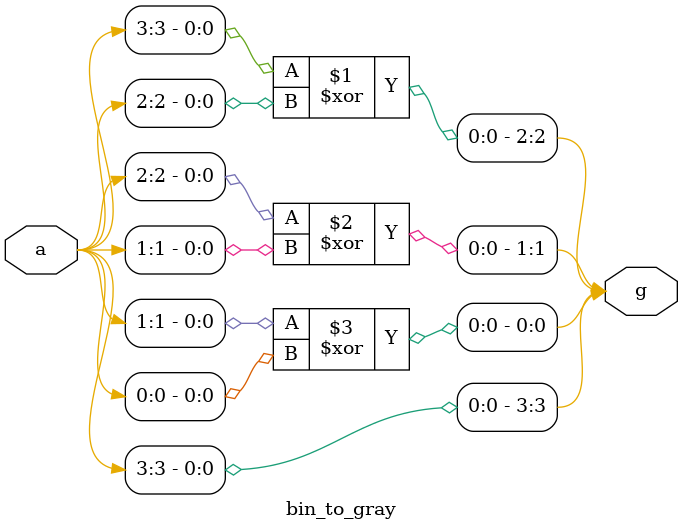
<source format=v>
module bin_to_gray( a,g);
      input[3:0] a;
      output[3:0]g;
      assign g[3] = a[3];
      assign g[2] = a[3]^a[2];
      assign g[1] = a[2]^a[1];
      assign g[0] = a[1]^a[0];
endmodule

</source>
